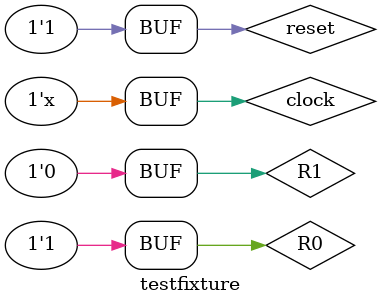
<source format=v>
module testfixture;

// Note, this is only a partial test.  In reality you should test for all transitions

 

reg clock, reset, R0, R1;

wire G0, G1;

 

initial

  begin

   reset = 1;  R0=0; R1=0; clock=0;

    #10 reset = 0;

    #10 reset = 1;

    #10 R0=1; R1=1;

   #10 if (G1 || !G0) $display("Error\N"); 
       else $display("Test 1 OK\N");

         R1=0;

  #10 if (G0 || !G1) $display("Error\N"); 
       else $display("Test 2 OK\N");

         R0=1;

   #10 if (G1 || !G0) $display("Error\N"); else $display("Test 3 OK\N");

   #10 if (G1 || !G0) $display("Error\N"); else $display("Test 4 OK\N");

          R1=1; R0=0;

  #10 if (G0 || !G1) $display("Error\N"); else $display("Test 5 OK\N");

        R0=1; R1=0;

   #10 if (G1 || !G0) $display("Error\N"); else $display("Test 6 OK\N");

  end

 

always #5 clock = ~clock;

 

RequestQueue U0 (.clock(clock), .reset(reset), .R0(R0), .R1(R1), .G0(G0), .G1(G1));

 

endmodule

</source>
